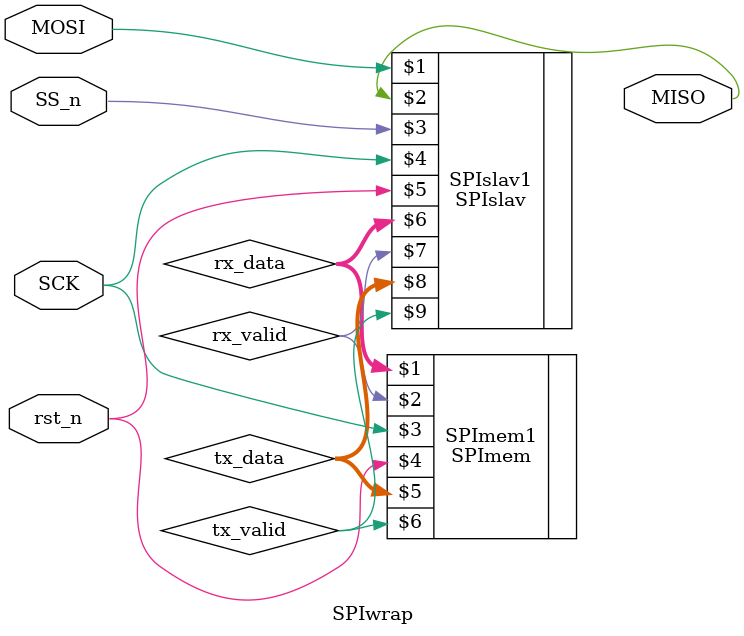
<source format=v>
module SPIwrap(MOSI, SCK, SS_n, rst_n, MISO);
	
	input MOSI, SCK, SS_n, rst_n;
	output MISO;
	wire rx_valid, tx_valid;
	wire [7:0] tx_data;
	wire [9:0] rx_data;

	SPImem SPImem1(rx_data, rx_valid, SCK, rst_n, tx_data, tx_valid);
	SPIslav SPIslav1(MOSI, MISO, SS_n, SCK, rst_n, rx_data, rx_valid, tx_data, tx_valid);

endmodule
</source>
